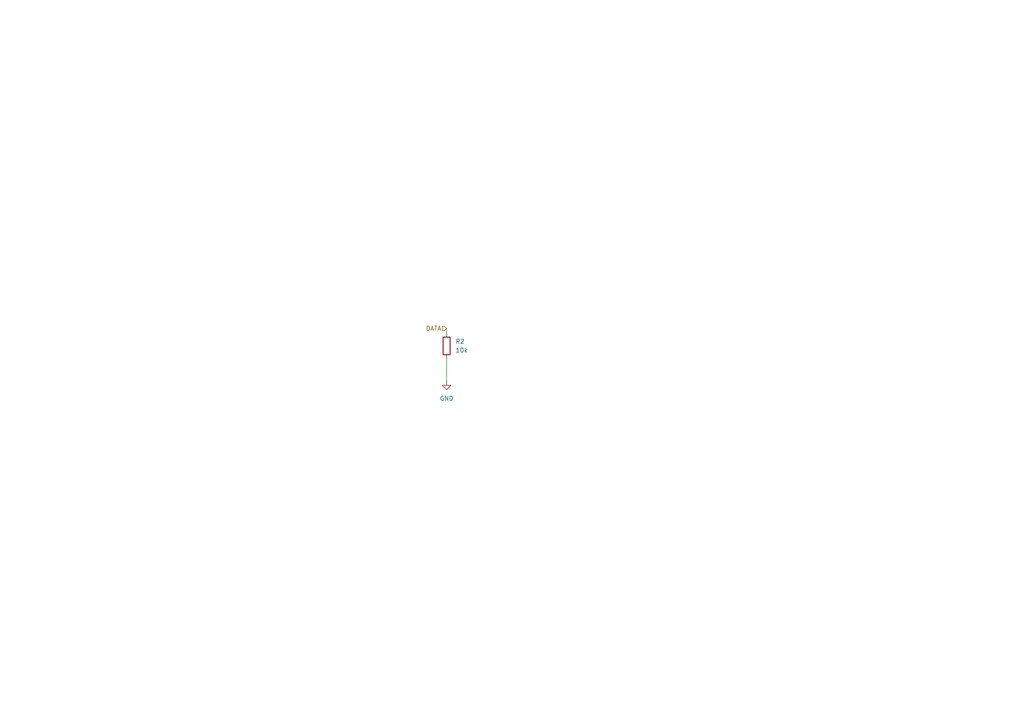
<source format=kicad_sch>
(kicad_sch (version 20250114) (generator "eeschema") (generator_version "9.0")
  (paper "A4")
  (title_block (title "PS2 Child Circuit"))
  (lib_symbols
    (symbol "Device:R" (pin_numbers (hide yes)) (pin_names (offset 0))
      (property "Reference" "R" (at 2.032 0 90))
      (property "Value" "R" (at 0 0 90))
      (symbol "R_0_1"
        (rectangle (start -1.016 -2.54) (end 1.016 2.54) (stroke (width 0.254)))
      )
      (symbol "R_1_1"
        (pin passive line (at 0 3.81 270) (length 1.27) (name "~") (number "1"))
        (pin passive line (at 0 -3.81 90) (length 1.27) (name "~") (number "2"))
      )
    )
    (symbol "power:GND" (power) (pin_numbers (hide yes)) (pin_names (offset 0) (hide yes))
      (property "Value" "GND" (at 0 -3.81 0))
      (symbol "GND_0_1"
        (polyline (pts (xy 0 0) (xy 0 -1.27) (xy 1.27 -1.27) (xy 0 -2.54) (xy -1.27 -1.27) (xy 0 -1.27)))
      )
      (symbol "GND_1_1"
        (pin power_in line (at 0 0 270) (length 0) (name "~") (number "1"))
      )
    )
  )
  (wire (pts (xy 129.54 104.14) (xy 129.54 110.49)))
  (wire (pts (xy 129.54 95.25) (xy 129.54 96.52)))
  (hierarchical_label "DATA" (shape input) (at 129.54 95.25 180))
  (symbol (lib_id "Device:R") (at 129.54 100.33 0) (unit 1)
    (property "Reference" "R2" (at 132.08 99.0599 0) (effects (justify left)))
    (property "Value" "10k" (at 132.08 101.5999 0) (effects (justify left)))
  )
  (symbol (lib_id "power:GND") (at 129.54 110.49 0) (unit 1)
    (property "Reference" "#PWR02" (effects (hide yes)))
    (property "Value" "GND" (at 129.54 115.57 0))
  )
)
</source>
